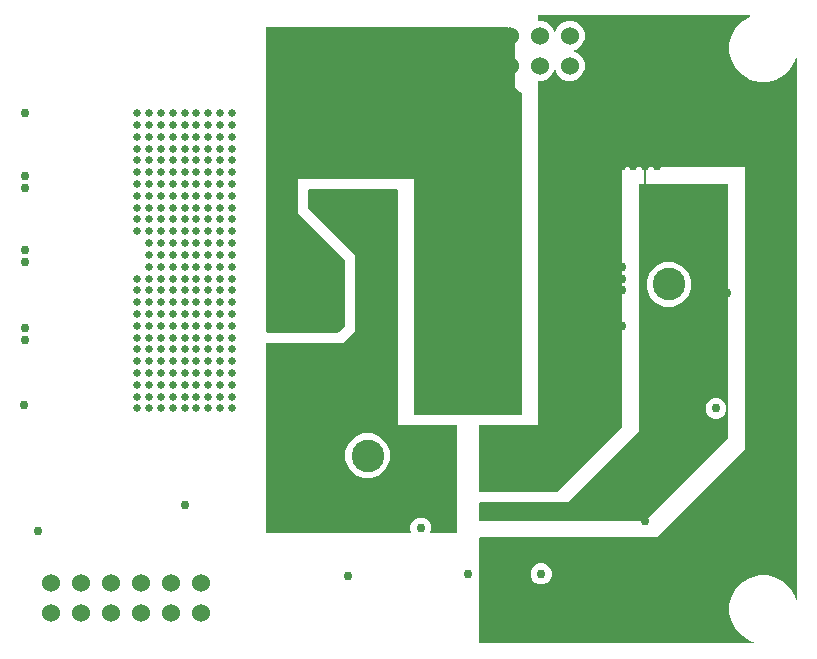
<source format=gbr>
G04 EAGLE Gerber RS-274X export*
G75*
%MOMM*%
%FSLAX34Y34*%
%LPD*%
%INCopper Layer 2*%
%IPPOS*%
%AMOC8*
5,1,8,0,0,1.08239X$1,22.5*%
G01*
%ADD10C,2.760000*%
%ADD11C,1.524000*%
%ADD12C,0.656400*%
%ADD13C,0.756400*%
%ADD14C,0.812800*%
%ADD15C,0.152400*%

G36*
X641135Y11165D02*
X641135Y11165D01*
X641159Y11162D01*
X641256Y11184D01*
X641354Y11200D01*
X641375Y11212D01*
X641398Y11217D01*
X641483Y11269D01*
X641571Y11316D01*
X641588Y11333D01*
X641608Y11346D01*
X641672Y11422D01*
X641740Y11494D01*
X641751Y11516D01*
X641766Y11534D01*
X641802Y11627D01*
X641844Y11717D01*
X641847Y11741D01*
X641855Y11763D01*
X641860Y11863D01*
X641871Y11961D01*
X641866Y11985D01*
X641867Y12009D01*
X641840Y12105D01*
X641819Y12202D01*
X641806Y12222D01*
X641800Y12246D01*
X641744Y12328D01*
X641693Y12413D01*
X641674Y12429D01*
X641661Y12448D01*
X641581Y12508D01*
X641506Y12573D01*
X641483Y12582D01*
X641464Y12596D01*
X641308Y12657D01*
X638937Y13292D01*
X632402Y17066D01*
X627066Y22402D01*
X623292Y28937D01*
X621339Y36227D01*
X621339Y43773D01*
X623292Y51063D01*
X627066Y57598D01*
X632402Y62934D01*
X638937Y66708D01*
X646227Y68661D01*
X653773Y68661D01*
X661063Y66708D01*
X667598Y62934D01*
X672934Y57598D01*
X676708Y51063D01*
X677343Y48692D01*
X677353Y48670D01*
X677357Y48646D01*
X677403Y48559D01*
X677444Y48468D01*
X677460Y48450D01*
X677472Y48429D01*
X677544Y48360D01*
X677611Y48288D01*
X677632Y48276D01*
X677650Y48260D01*
X677740Y48218D01*
X677827Y48170D01*
X677851Y48166D01*
X677873Y48156D01*
X677972Y48145D01*
X678070Y48128D01*
X678094Y48132D01*
X678117Y48129D01*
X678214Y48150D01*
X678313Y48165D01*
X678334Y48176D01*
X678358Y48181D01*
X678443Y48232D01*
X678532Y48278D01*
X678548Y48295D01*
X678569Y48307D01*
X678634Y48383D01*
X678703Y48454D01*
X678713Y48476D01*
X678729Y48494D01*
X678766Y48587D01*
X678809Y48676D01*
X678812Y48700D01*
X678821Y48722D01*
X678839Y48889D01*
X678839Y506111D01*
X678835Y506135D01*
X678838Y506159D01*
X678816Y506256D01*
X678800Y506354D01*
X678788Y506375D01*
X678783Y506398D01*
X678731Y506483D01*
X678684Y506571D01*
X678667Y506588D01*
X678654Y506608D01*
X678578Y506672D01*
X678506Y506740D01*
X678484Y506751D01*
X678466Y506766D01*
X678373Y506802D01*
X678283Y506844D01*
X678259Y506847D01*
X678237Y506855D01*
X678137Y506860D01*
X678039Y506871D01*
X678015Y506866D01*
X677991Y506867D01*
X677895Y506840D01*
X677798Y506819D01*
X677778Y506806D01*
X677754Y506800D01*
X677672Y506744D01*
X677587Y506693D01*
X677571Y506674D01*
X677552Y506661D01*
X677492Y506581D01*
X677427Y506506D01*
X677418Y506483D01*
X677404Y506464D01*
X677343Y506308D01*
X676708Y503937D01*
X672934Y497402D01*
X667598Y492066D01*
X661063Y488292D01*
X653773Y486339D01*
X646227Y486339D01*
X638937Y488292D01*
X635381Y490346D01*
X632402Y492066D01*
X627066Y497402D01*
X623292Y503937D01*
X621339Y511227D01*
X621339Y518773D01*
X623292Y526063D01*
X627066Y532598D01*
X632402Y537934D01*
X638437Y541419D01*
X638474Y541449D01*
X638517Y541472D01*
X638569Y541527D01*
X638628Y541575D01*
X638653Y541615D01*
X638686Y541650D01*
X638718Y541719D01*
X638758Y541783D01*
X638770Y541830D01*
X638790Y541873D01*
X638798Y541948D01*
X638816Y542022D01*
X638812Y542070D01*
X638817Y542117D01*
X638801Y542192D01*
X638794Y542267D01*
X638775Y542311D01*
X638765Y542358D01*
X638726Y542423D01*
X638695Y542492D01*
X638663Y542528D01*
X638638Y542569D01*
X638581Y542618D01*
X638530Y542674D01*
X638488Y542698D01*
X638451Y542729D01*
X638381Y542757D01*
X638315Y542794D01*
X638268Y542803D01*
X638223Y542821D01*
X638095Y542835D01*
X638073Y542839D01*
X638067Y542838D01*
X638057Y542839D01*
X460000Y542839D01*
X459980Y542836D01*
X459961Y542838D01*
X459859Y542816D01*
X459757Y542800D01*
X459740Y542790D01*
X459720Y542786D01*
X459631Y542733D01*
X459540Y542684D01*
X459526Y542670D01*
X459509Y542660D01*
X459442Y542581D01*
X459371Y542506D01*
X459362Y542488D01*
X459349Y542473D01*
X459310Y542377D01*
X459267Y542283D01*
X459265Y542263D01*
X459257Y542245D01*
X459239Y542078D01*
X459239Y538782D01*
X459242Y538762D01*
X459240Y538743D01*
X459262Y538641D01*
X459279Y538539D01*
X459288Y538522D01*
X459292Y538502D01*
X459345Y538413D01*
X459394Y538322D01*
X459408Y538308D01*
X459418Y538291D01*
X459497Y538224D01*
X459572Y538152D01*
X459590Y538144D01*
X459605Y538131D01*
X459701Y538092D01*
X459795Y538049D01*
X459815Y538047D01*
X459833Y538039D01*
X460000Y538021D01*
X463310Y538021D01*
X467949Y536099D01*
X471499Y532549D01*
X472797Y529417D01*
X472835Y529356D01*
X472864Y529291D01*
X472899Y529252D01*
X472926Y529208D01*
X472982Y529162D01*
X473030Y529109D01*
X473076Y529084D01*
X473116Y529051D01*
X473183Y529025D01*
X473246Y528991D01*
X473297Y528982D01*
X473345Y528963D01*
X473417Y528960D01*
X473488Y528947D01*
X473539Y528955D01*
X473591Y528952D01*
X473660Y528972D01*
X473731Y528983D01*
X473777Y529007D01*
X473827Y529021D01*
X473886Y529062D01*
X473950Y529094D01*
X473987Y529132D01*
X474029Y529161D01*
X474072Y529219D01*
X474122Y529270D01*
X474157Y529333D01*
X474176Y529359D01*
X474183Y529381D01*
X474203Y529417D01*
X475501Y532549D01*
X479051Y536099D01*
X483690Y538021D01*
X488710Y538021D01*
X493349Y536099D01*
X496899Y532549D01*
X498821Y527910D01*
X498821Y522890D01*
X496899Y518251D01*
X493349Y514701D01*
X490217Y513403D01*
X490156Y513365D01*
X490091Y513336D01*
X490052Y513301D01*
X490008Y513274D01*
X489962Y513218D01*
X489909Y513170D01*
X489884Y513124D01*
X489851Y513084D01*
X489825Y513017D01*
X489791Y512954D01*
X489782Y512903D01*
X489763Y512855D01*
X489760Y512783D01*
X489747Y512712D01*
X489755Y512661D01*
X489752Y512609D01*
X489772Y512540D01*
X489783Y512469D01*
X489807Y512423D01*
X489821Y512373D01*
X489862Y512314D01*
X489894Y512250D01*
X489932Y512213D01*
X489961Y512171D01*
X490019Y512128D01*
X490070Y512078D01*
X490133Y512043D01*
X490159Y512024D01*
X490181Y512017D01*
X490217Y511997D01*
X493349Y510699D01*
X496899Y507149D01*
X498821Y502510D01*
X498821Y497490D01*
X496899Y492851D01*
X493349Y489301D01*
X488710Y487379D01*
X483690Y487379D01*
X479051Y489301D01*
X475501Y492851D01*
X474203Y495983D01*
X474165Y496044D01*
X474136Y496109D01*
X474101Y496148D01*
X474074Y496192D01*
X474018Y496238D01*
X473970Y496291D01*
X473924Y496316D01*
X473884Y496349D01*
X473817Y496375D01*
X473754Y496409D01*
X473703Y496418D01*
X473655Y496437D01*
X473583Y496440D01*
X473512Y496453D01*
X473461Y496445D01*
X473409Y496448D01*
X473340Y496428D01*
X473269Y496417D01*
X473223Y496393D01*
X473173Y496379D01*
X473114Y496338D01*
X473050Y496306D01*
X473013Y496268D01*
X472971Y496239D01*
X472928Y496181D01*
X472878Y496130D01*
X472843Y496067D01*
X472824Y496041D01*
X472817Y496019D01*
X472797Y495983D01*
X471499Y492851D01*
X467949Y489301D01*
X463310Y487379D01*
X460000Y487379D01*
X459980Y487376D01*
X459961Y487378D01*
X459859Y487356D01*
X459757Y487340D01*
X459740Y487330D01*
X459720Y487326D01*
X459631Y487273D01*
X459540Y487224D01*
X459526Y487210D01*
X459509Y487200D01*
X459442Y487121D01*
X459371Y487046D01*
X459362Y487028D01*
X459349Y487013D01*
X459310Y486917D01*
X459267Y486823D01*
X459265Y486803D01*
X459257Y486785D01*
X459239Y486618D01*
X459239Y195761D01*
X410000Y195761D01*
X409980Y195758D01*
X409961Y195760D01*
X409859Y195738D01*
X409757Y195722D01*
X409740Y195712D01*
X409720Y195708D01*
X409631Y195655D01*
X409540Y195606D01*
X409526Y195592D01*
X409509Y195582D01*
X409442Y195503D01*
X409371Y195428D01*
X409362Y195410D01*
X409349Y195395D01*
X409310Y195299D01*
X409267Y195205D01*
X409265Y195185D01*
X409257Y195167D01*
X409239Y195000D01*
X409239Y140000D01*
X409242Y139980D01*
X409240Y139961D01*
X409262Y139859D01*
X409279Y139757D01*
X409288Y139740D01*
X409292Y139720D01*
X409345Y139631D01*
X409394Y139540D01*
X409408Y139526D01*
X409418Y139509D01*
X409497Y139442D01*
X409572Y139371D01*
X409590Y139362D01*
X409605Y139349D01*
X409701Y139310D01*
X409795Y139267D01*
X409815Y139265D01*
X409833Y139257D01*
X410000Y139239D01*
X475000Y139239D01*
X475090Y139254D01*
X475181Y139261D01*
X475211Y139273D01*
X475243Y139279D01*
X475323Y139321D01*
X475407Y139357D01*
X475439Y139383D01*
X475460Y139394D01*
X475482Y139417D01*
X475538Y139462D01*
X530538Y194462D01*
X530580Y194520D01*
X530630Y194572D01*
X530638Y194590D01*
X530651Y194605D01*
X530663Y194635D01*
X530682Y194661D01*
X530703Y194730D01*
X530733Y194795D01*
X530735Y194815D01*
X530743Y194833D01*
X530747Y194874D01*
X530754Y194897D01*
X530753Y194929D01*
X530761Y195000D01*
X530761Y414239D01*
X634239Y414239D01*
X634239Y175315D01*
X559685Y100761D01*
X410000Y100761D01*
X409980Y100758D01*
X409961Y100760D01*
X409859Y100738D01*
X409757Y100722D01*
X409740Y100712D01*
X409720Y100708D01*
X409631Y100655D01*
X409540Y100606D01*
X409526Y100592D01*
X409509Y100582D01*
X409442Y100503D01*
X409371Y100428D01*
X409362Y100410D01*
X409349Y100395D01*
X409310Y100299D01*
X409267Y100205D01*
X409265Y100185D01*
X409257Y100167D01*
X409239Y100000D01*
X409239Y11922D01*
X409242Y11902D01*
X409240Y11883D01*
X409262Y11781D01*
X409279Y11679D01*
X409288Y11662D01*
X409292Y11642D01*
X409345Y11553D01*
X409394Y11462D01*
X409408Y11448D01*
X409418Y11431D01*
X409497Y11364D01*
X409572Y11292D01*
X409590Y11284D01*
X409605Y11271D01*
X409701Y11232D01*
X409795Y11189D01*
X409815Y11187D01*
X409833Y11179D01*
X410000Y11161D01*
X641111Y11161D01*
X641135Y11165D01*
G37*
G36*
X445020Y204242D02*
X445020Y204242D01*
X445039Y204240D01*
X445141Y204262D01*
X445243Y204279D01*
X445260Y204288D01*
X445280Y204292D01*
X445369Y204345D01*
X445460Y204394D01*
X445474Y204408D01*
X445491Y204418D01*
X445558Y204497D01*
X445630Y204572D01*
X445638Y204590D01*
X445651Y204605D01*
X445690Y204701D01*
X445733Y204795D01*
X445735Y204815D01*
X445743Y204833D01*
X445761Y205000D01*
X445761Y476349D01*
X445750Y476416D01*
X445749Y476484D01*
X445731Y476537D01*
X445722Y476592D01*
X445690Y476652D01*
X445667Y476716D01*
X445633Y476760D01*
X445606Y476810D01*
X445558Y476856D01*
X445516Y476909D01*
X445452Y476956D01*
X445428Y476979D01*
X445409Y476988D01*
X445381Y477009D01*
X443840Y477898D01*
X438698Y483040D01*
X435062Y489339D01*
X433179Y496364D01*
X433179Y503636D01*
X435062Y510661D01*
X436019Y512319D01*
X436043Y512383D01*
X436076Y512442D01*
X436086Y512497D01*
X436106Y512549D01*
X436108Y512617D01*
X436121Y512683D01*
X436113Y512739D01*
X436115Y512795D01*
X436096Y512860D01*
X436086Y512927D01*
X436054Y513000D01*
X436045Y513031D01*
X436033Y513048D01*
X436019Y513081D01*
X435062Y514739D01*
X433179Y521764D01*
X433179Y529036D01*
X433984Y532041D01*
X433996Y532160D01*
X434009Y532277D01*
X434008Y532282D01*
X434009Y532286D01*
X433982Y532401D01*
X433957Y532518D01*
X433955Y532521D01*
X433954Y532526D01*
X433892Y532627D01*
X433831Y532729D01*
X433828Y532732D01*
X433825Y532735D01*
X433734Y532812D01*
X433644Y532889D01*
X433640Y532890D01*
X433637Y532893D01*
X433527Y532936D01*
X433416Y532981D01*
X433411Y532981D01*
X433408Y532983D01*
X433394Y532983D01*
X433249Y532999D01*
X230000Y532999D01*
X229980Y532996D01*
X229961Y532998D01*
X229859Y532976D01*
X229757Y532960D01*
X229740Y532950D01*
X229720Y532946D01*
X229631Y532893D01*
X229540Y532844D01*
X229526Y532830D01*
X229509Y532820D01*
X229442Y532741D01*
X229371Y532666D01*
X229362Y532648D01*
X229349Y532633D01*
X229310Y532537D01*
X229267Y532443D01*
X229265Y532423D01*
X229257Y532405D01*
X229239Y532238D01*
X229239Y275000D01*
X229242Y274980D01*
X229240Y274961D01*
X229262Y274859D01*
X229279Y274757D01*
X229288Y274740D01*
X229292Y274720D01*
X229345Y274631D01*
X229394Y274540D01*
X229408Y274526D01*
X229418Y274509D01*
X229497Y274442D01*
X229572Y274371D01*
X229590Y274362D01*
X229605Y274349D01*
X229701Y274310D01*
X229795Y274267D01*
X229815Y274265D01*
X229833Y274257D01*
X230000Y274239D01*
X290000Y274239D01*
X290090Y274254D01*
X290181Y274261D01*
X290211Y274273D01*
X290243Y274279D01*
X290323Y274321D01*
X290407Y274357D01*
X290439Y274383D01*
X290460Y274394D01*
X290482Y274417D01*
X290538Y274462D01*
X295538Y279462D01*
X295591Y279536D01*
X295651Y279605D01*
X295663Y279635D01*
X295682Y279661D01*
X295709Y279748D01*
X295743Y279833D01*
X295747Y279874D01*
X295754Y279897D01*
X295753Y279929D01*
X295761Y280000D01*
X295761Y335000D01*
X295747Y335090D01*
X295739Y335181D01*
X295727Y335211D01*
X295722Y335243D01*
X295679Y335323D01*
X295643Y335407D01*
X295617Y335439D01*
X295606Y335460D01*
X295583Y335482D01*
X295538Y335538D01*
X255761Y375315D01*
X255761Y404239D01*
X354239Y404239D01*
X354239Y205000D01*
X354242Y204980D01*
X354240Y204961D01*
X354262Y204859D01*
X354279Y204757D01*
X354288Y204740D01*
X354292Y204720D01*
X354345Y204631D01*
X354394Y204540D01*
X354408Y204526D01*
X354418Y204509D01*
X354497Y204442D01*
X354572Y204371D01*
X354590Y204362D01*
X354605Y204349D01*
X354701Y204310D01*
X354795Y204267D01*
X354815Y204265D01*
X354833Y204257D01*
X355000Y204239D01*
X445000Y204239D01*
X445020Y204242D01*
G37*
G36*
X351227Y104246D02*
X351227Y104246D01*
X351273Y104244D01*
X351348Y104266D01*
X351424Y104279D01*
X351465Y104300D01*
X351509Y104313D01*
X351573Y104357D01*
X351642Y104394D01*
X351673Y104427D01*
X351711Y104453D01*
X351757Y104516D01*
X351811Y104572D01*
X351830Y104614D01*
X351858Y104650D01*
X351882Y104724D01*
X351915Y104795D01*
X351920Y104841D01*
X351934Y104884D01*
X351933Y104962D01*
X351942Y105039D01*
X351932Y105084D01*
X351932Y105130D01*
X351893Y105262D01*
X351890Y105280D01*
X351887Y105284D01*
X351885Y105291D01*
X351217Y106903D01*
X351217Y110397D01*
X352554Y113625D01*
X355025Y116096D01*
X358253Y117433D01*
X361747Y117433D01*
X364975Y116096D01*
X367446Y113625D01*
X368783Y110397D01*
X368783Y106903D01*
X368115Y105291D01*
X368105Y105247D01*
X368085Y105205D01*
X368077Y105128D01*
X368059Y105052D01*
X368063Y105006D01*
X368058Y104961D01*
X368075Y104884D01*
X368082Y104807D01*
X368101Y104765D01*
X368110Y104720D01*
X368150Y104653D01*
X368182Y104582D01*
X368213Y104548D01*
X368237Y104509D01*
X368296Y104459D01*
X368348Y104401D01*
X368389Y104379D01*
X368424Y104349D01*
X368496Y104320D01*
X368564Y104283D01*
X368609Y104274D01*
X368652Y104257D01*
X368788Y104242D01*
X368806Y104239D01*
X368811Y104240D01*
X368818Y104239D01*
X390000Y104239D01*
X390020Y104242D01*
X390039Y104240D01*
X390141Y104262D01*
X390243Y104279D01*
X390260Y104288D01*
X390280Y104292D01*
X390369Y104345D01*
X390460Y104394D01*
X390474Y104408D01*
X390491Y104418D01*
X390558Y104497D01*
X390630Y104572D01*
X390638Y104590D01*
X390651Y104605D01*
X390690Y104701D01*
X390733Y104795D01*
X390735Y104815D01*
X390743Y104833D01*
X390761Y105000D01*
X390761Y195000D01*
X390758Y195020D01*
X390760Y195039D01*
X390738Y195141D01*
X390722Y195243D01*
X390712Y195260D01*
X390708Y195280D01*
X390655Y195369D01*
X390606Y195460D01*
X390592Y195474D01*
X390582Y195491D01*
X390503Y195558D01*
X390428Y195630D01*
X390410Y195638D01*
X390395Y195651D01*
X390299Y195690D01*
X390205Y195733D01*
X390185Y195735D01*
X390167Y195743D01*
X390000Y195761D01*
X340380Y195761D01*
X340380Y395000D01*
X340369Y395050D01*
X340367Y395101D01*
X340349Y395133D01*
X340341Y395169D01*
X340308Y395208D01*
X340284Y395253D01*
X340254Y395274D01*
X340231Y395302D01*
X340184Y395323D01*
X340142Y395353D01*
X340100Y395361D01*
X340072Y395373D01*
X340042Y395372D01*
X340000Y395380D01*
X265000Y395380D01*
X264950Y395369D01*
X264899Y395367D01*
X264867Y395349D01*
X264831Y395341D01*
X264792Y395308D01*
X264747Y395284D01*
X264726Y395254D01*
X264698Y395231D01*
X264677Y395184D01*
X264647Y395142D01*
X264639Y395100D01*
X264627Y395072D01*
X264628Y395042D01*
X264620Y395000D01*
X264620Y380000D01*
X264637Y379926D01*
X264650Y379851D01*
X264657Y379841D01*
X264659Y379831D01*
X264683Y379802D01*
X264731Y379731D01*
X304620Y339843D01*
X304620Y275158D01*
X295224Y265761D01*
X230000Y265761D01*
X229980Y265758D01*
X229961Y265760D01*
X229859Y265738D01*
X229757Y265722D01*
X229740Y265712D01*
X229720Y265708D01*
X229631Y265655D01*
X229540Y265606D01*
X229526Y265592D01*
X229509Y265582D01*
X229442Y265503D01*
X229371Y265428D01*
X229362Y265410D01*
X229349Y265395D01*
X229310Y265299D01*
X229267Y265205D01*
X229265Y265185D01*
X229257Y265167D01*
X229239Y265000D01*
X229239Y105000D01*
X229242Y104980D01*
X229240Y104961D01*
X229262Y104859D01*
X229279Y104757D01*
X229288Y104740D01*
X229292Y104720D01*
X229345Y104631D01*
X229394Y104540D01*
X229408Y104526D01*
X229418Y104509D01*
X229497Y104442D01*
X229572Y104371D01*
X229590Y104362D01*
X229605Y104349D01*
X229701Y104310D01*
X229795Y104267D01*
X229815Y104265D01*
X229833Y104257D01*
X230000Y104239D01*
X351182Y104239D01*
X351227Y104246D01*
G37*
G36*
X550074Y114637D02*
X550074Y114637D01*
X550149Y114650D01*
X550159Y114657D01*
X550169Y114659D01*
X550198Y114683D01*
X550269Y114731D01*
X620269Y184731D01*
X620309Y184796D01*
X620353Y184858D01*
X620355Y184870D01*
X620360Y184878D01*
X620364Y184915D01*
X620380Y185000D01*
X620380Y400000D01*
X620369Y400050D01*
X620367Y400101D01*
X620349Y400133D01*
X620341Y400169D01*
X620308Y400208D01*
X620284Y400253D01*
X620254Y400274D01*
X620231Y400302D01*
X620184Y400323D01*
X620142Y400353D01*
X620100Y400361D01*
X620072Y400373D01*
X620042Y400372D01*
X620000Y400380D01*
X545000Y400380D01*
X544950Y400369D01*
X544899Y400367D01*
X544867Y400349D01*
X544831Y400341D01*
X544792Y400308D01*
X544747Y400284D01*
X544726Y400254D01*
X544698Y400231D01*
X544677Y400184D01*
X544647Y400142D01*
X544639Y400100D01*
X544627Y400072D01*
X544628Y400042D01*
X544620Y400000D01*
X544620Y190158D01*
X484843Y130380D01*
X410000Y130380D01*
X409950Y130369D01*
X409899Y130367D01*
X409867Y130349D01*
X409831Y130341D01*
X409792Y130308D01*
X409747Y130284D01*
X409726Y130254D01*
X409698Y130231D01*
X409677Y130184D01*
X409647Y130142D01*
X409639Y130100D01*
X409627Y130072D01*
X409628Y130042D01*
X409620Y130000D01*
X409620Y115000D01*
X409631Y114950D01*
X409633Y114899D01*
X409651Y114867D01*
X409659Y114831D01*
X409692Y114792D01*
X409716Y114747D01*
X409746Y114726D01*
X409769Y114698D01*
X409816Y114677D01*
X409858Y114647D01*
X409900Y114639D01*
X409928Y114627D01*
X409958Y114628D01*
X410000Y114620D01*
X550000Y114620D01*
X550074Y114637D01*
G37*
%LPC*%
G36*
X566260Y296199D02*
X566260Y296199D01*
X559350Y299062D01*
X554062Y304350D01*
X551199Y311260D01*
X551199Y318740D01*
X554062Y325650D01*
X559350Y330938D01*
X566260Y333801D01*
X573740Y333801D01*
X580650Y330938D01*
X585938Y325650D01*
X588801Y318740D01*
X588801Y311260D01*
X585938Y304350D01*
X580650Y299062D01*
X573740Y296199D01*
X566260Y296199D01*
G37*
%LPD*%
%LPC*%
G36*
X311260Y151199D02*
X311260Y151199D01*
X304350Y154062D01*
X299062Y159350D01*
X296199Y166260D01*
X296199Y173740D01*
X299062Y180650D01*
X304350Y185938D01*
X311260Y188801D01*
X318740Y188801D01*
X325650Y185938D01*
X330938Y180650D01*
X333801Y173740D01*
X333801Y166260D01*
X330938Y159350D01*
X325650Y154062D01*
X318740Y151199D01*
X311260Y151199D01*
G37*
%LPD*%
%LPC*%
G36*
X608253Y201217D02*
X608253Y201217D01*
X605025Y202554D01*
X602554Y205025D01*
X601217Y208253D01*
X601217Y211747D01*
X602554Y214975D01*
X605025Y217446D01*
X608253Y218783D01*
X611747Y218783D01*
X614975Y217446D01*
X617446Y214975D01*
X618783Y211747D01*
X618783Y208253D01*
X617446Y205025D01*
X614975Y202554D01*
X611747Y201217D01*
X608253Y201217D01*
G37*
%LPD*%
%LPC*%
G36*
X460253Y61217D02*
X460253Y61217D01*
X457025Y62554D01*
X454554Y65025D01*
X453217Y68253D01*
X453217Y71747D01*
X454554Y74975D01*
X457025Y77446D01*
X460253Y78783D01*
X463747Y78783D01*
X466975Y77446D01*
X469446Y74975D01*
X470783Y71747D01*
X470783Y68253D01*
X469446Y65025D01*
X466975Y62554D01*
X463747Y61217D01*
X460253Y61217D01*
G37*
%LPD*%
D10*
X315000Y170000D03*
X570000Y315000D03*
X629000Y436000D03*
X599000Y93000D03*
D11*
X47000Y37000D03*
X47000Y62400D03*
X72400Y37000D03*
X72400Y62400D03*
X97800Y37000D03*
X97800Y62400D03*
X123200Y37000D03*
X123200Y62400D03*
X148600Y37000D03*
X148600Y62400D03*
X174000Y37000D03*
X174000Y62400D03*
X410000Y500000D03*
X410000Y525400D03*
X435400Y500000D03*
X435400Y525400D03*
X460800Y500000D03*
X460800Y525400D03*
X486200Y500000D03*
X486200Y525400D03*
X511600Y500000D03*
X511600Y525400D03*
X537000Y500000D03*
X537000Y525400D03*
D12*
X360000Y460000D03*
X360000Y450000D03*
X360000Y440000D03*
X360000Y430000D03*
X360000Y420000D03*
X360000Y410000D03*
X360000Y400000D03*
X360000Y390000D03*
X360000Y380000D03*
X360000Y370000D03*
X360000Y360000D03*
X360000Y350000D03*
X370000Y360000D03*
X370000Y370000D03*
X370000Y380000D03*
X370000Y390000D03*
X370000Y400000D03*
X370000Y410000D03*
X370000Y420000D03*
X370000Y430000D03*
X370000Y440000D03*
X370000Y450000D03*
X370000Y460000D03*
X380000Y460000D03*
X380000Y450000D03*
X380000Y440000D03*
X380000Y430000D03*
X380000Y420000D03*
X380000Y410000D03*
X380000Y400000D03*
X380000Y390000D03*
X380000Y380000D03*
X380000Y370000D03*
X380000Y360000D03*
X380000Y350000D03*
X390000Y460000D03*
X390000Y450000D03*
X390000Y440000D03*
X390000Y430000D03*
X390000Y420000D03*
X390000Y410000D03*
X390000Y400000D03*
X390000Y390000D03*
X390000Y380000D03*
X390000Y370000D03*
X390000Y360000D03*
X390000Y350000D03*
X390000Y340000D03*
X400000Y340000D03*
X400000Y350000D03*
X400000Y360000D03*
X400000Y370000D03*
X400000Y380000D03*
X400000Y390000D03*
X400000Y400000D03*
X400000Y410000D03*
X400000Y420000D03*
X400000Y430000D03*
X400000Y440000D03*
X400000Y450000D03*
X400000Y460000D03*
X410000Y460000D03*
X410000Y450000D03*
X410000Y440000D03*
X410000Y430000D03*
X410000Y420000D03*
X410000Y410000D03*
X410000Y400000D03*
X410000Y390000D03*
X410000Y380000D03*
X410000Y370000D03*
X410000Y360000D03*
X410000Y350000D03*
X410000Y340000D03*
X420000Y460000D03*
X420000Y450000D03*
X420000Y440000D03*
X420000Y430000D03*
X420000Y420000D03*
X420000Y410000D03*
X420000Y400000D03*
X420000Y390000D03*
X420000Y380000D03*
X420000Y370000D03*
X420000Y360000D03*
X420000Y350000D03*
X420000Y340000D03*
X430000Y340000D03*
X430000Y350000D03*
X430000Y360000D03*
X430000Y370000D03*
X430000Y380000D03*
X430000Y390000D03*
X430000Y400000D03*
X430000Y410000D03*
X430000Y420000D03*
X430000Y430000D03*
X430000Y440000D03*
X430000Y450000D03*
X430000Y460000D03*
X440000Y460000D03*
X440000Y450000D03*
X440000Y440000D03*
X440000Y430000D03*
X440000Y420000D03*
X440000Y410000D03*
X440000Y400000D03*
X440000Y390000D03*
X440000Y380000D03*
X440000Y370000D03*
X440000Y360000D03*
X440000Y350000D03*
X440000Y340000D03*
X360000Y320000D03*
X360000Y310000D03*
X360000Y300000D03*
X360000Y290000D03*
X360000Y280000D03*
X360000Y270000D03*
X360000Y260000D03*
X360000Y250000D03*
X360000Y240000D03*
X360000Y230000D03*
X360000Y220000D03*
X360000Y210000D03*
X370000Y210000D03*
X370000Y220000D03*
X370000Y230000D03*
X370000Y240000D03*
X370000Y250000D03*
X370000Y260000D03*
X370000Y270000D03*
X370000Y280000D03*
X370000Y290000D03*
X370000Y300000D03*
X370000Y310000D03*
X380000Y320000D03*
X380000Y310000D03*
X380000Y300000D03*
X380000Y290000D03*
X380000Y280000D03*
X380000Y270000D03*
X380000Y260000D03*
X380000Y250000D03*
X380000Y240000D03*
X380000Y230000D03*
X380000Y220000D03*
X380000Y210000D03*
X390000Y330000D03*
X390000Y320000D03*
X390000Y310000D03*
X390000Y300000D03*
X390000Y290000D03*
X390000Y280000D03*
X390000Y270000D03*
X390000Y260000D03*
X390000Y250000D03*
X390000Y240000D03*
X390000Y230000D03*
X390000Y220000D03*
X390000Y210000D03*
X400000Y210000D03*
X400000Y220000D03*
X400000Y230000D03*
X400000Y240000D03*
X400000Y250000D03*
X400000Y260000D03*
X400000Y270000D03*
X400000Y280000D03*
X400000Y290000D03*
X400000Y300000D03*
X400000Y310000D03*
X400000Y320000D03*
X400000Y330000D03*
X410000Y330000D03*
X410000Y320000D03*
X410000Y310000D03*
X410000Y300000D03*
X410000Y290000D03*
X410000Y280000D03*
X410000Y270000D03*
X410000Y260000D03*
X410000Y250000D03*
X410000Y240000D03*
X410000Y230000D03*
X410000Y220000D03*
X410000Y210000D03*
X420000Y330000D03*
X420000Y320000D03*
X420000Y310000D03*
X420000Y300000D03*
X420000Y290000D03*
X420000Y280000D03*
X420000Y270000D03*
X420000Y260000D03*
X420000Y250000D03*
X420000Y240000D03*
X420000Y230000D03*
X420000Y220000D03*
X420000Y210000D03*
X430000Y210000D03*
X430000Y220000D03*
X430000Y230000D03*
X430000Y240000D03*
X430000Y250000D03*
X430000Y260000D03*
X430000Y270000D03*
X430000Y280000D03*
X430000Y290000D03*
X430000Y300000D03*
X430000Y310000D03*
X430000Y320000D03*
X430000Y330000D03*
X440000Y330000D03*
X440000Y320000D03*
X440000Y310000D03*
X440000Y300000D03*
X440000Y290000D03*
X440000Y280000D03*
X440000Y270000D03*
X440000Y260000D03*
X440000Y250000D03*
X440000Y240000D03*
X440000Y230000D03*
X440000Y220000D03*
X440000Y210000D03*
D13*
X610000Y210000D03*
D12*
X290000Y330000D03*
X280000Y330000D03*
X270000Y330000D03*
X270000Y320000D03*
X280000Y320000D03*
X290000Y320000D03*
X290000Y310000D03*
X280000Y310000D03*
X270000Y310000D03*
X270000Y420000D03*
X280000Y420000D03*
X290000Y420000D03*
X300000Y420000D03*
X310000Y420000D03*
X310000Y430000D03*
X310000Y440000D03*
X310000Y450000D03*
X300000Y450000D03*
X290000Y450000D03*
X280000Y450000D03*
X270000Y450000D03*
X270000Y460000D03*
X280000Y460000D03*
X290000Y460000D03*
X300000Y460000D03*
X310000Y460000D03*
X320000Y460000D03*
X320000Y450000D03*
X320000Y440000D03*
X320000Y430000D03*
X320000Y420000D03*
X290000Y280000D03*
X280000Y280000D03*
X270000Y280000D03*
X260000Y280000D03*
X250000Y280000D03*
X250000Y290000D03*
X250000Y300000D03*
X250000Y310000D03*
X260000Y310000D03*
X260000Y320000D03*
X250000Y320000D03*
X250000Y330000D03*
X260000Y330000D03*
X345000Y150000D03*
X355000Y150000D03*
X355000Y160000D03*
X345000Y160000D03*
X345000Y170000D03*
X355000Y170000D03*
X300000Y130000D03*
D14*
X410000Y525400D02*
X435400Y525400D01*
X435400Y500000D02*
X410000Y500000D01*
X435400Y525400D02*
X435400Y470400D01*
X435000Y470000D01*
D12*
X120000Y460000D03*
X120000Y450000D03*
X120000Y440000D03*
X120000Y430000D03*
X120000Y420000D03*
X120000Y410000D03*
X120000Y400000D03*
X120000Y390000D03*
X120000Y380000D03*
X120000Y370000D03*
X120000Y360000D03*
X130000Y340000D03*
X130000Y350000D03*
X130000Y360000D03*
X130000Y370000D03*
X130000Y380000D03*
X130000Y390000D03*
X130000Y400000D03*
X130000Y410000D03*
X130000Y420000D03*
X130000Y430000D03*
X130000Y440000D03*
X130000Y450000D03*
X130000Y460000D03*
X140000Y460000D03*
X140000Y450000D03*
X140000Y440000D03*
X140000Y430000D03*
X140000Y420000D03*
X140000Y410000D03*
X140000Y400000D03*
X140000Y390000D03*
X140000Y380000D03*
X140000Y370000D03*
X140000Y360000D03*
X140000Y350000D03*
X140000Y340000D03*
X150000Y460000D03*
X150000Y450000D03*
X150000Y440000D03*
X150000Y430000D03*
X150000Y420000D03*
X150000Y410000D03*
X150000Y400000D03*
X150000Y390000D03*
X150000Y380000D03*
X150000Y370000D03*
X150000Y360000D03*
X150000Y350000D03*
X150000Y340000D03*
X160000Y340000D03*
X160000Y350000D03*
X160000Y360000D03*
X160000Y370000D03*
X160000Y380000D03*
X160000Y390000D03*
X160000Y400000D03*
X160000Y410000D03*
X160000Y420000D03*
X160000Y430000D03*
X160000Y440000D03*
X160000Y450000D03*
X160000Y460000D03*
X170000Y460000D03*
X170000Y450000D03*
X170000Y440000D03*
X170000Y430000D03*
X170000Y420000D03*
X170000Y410000D03*
X170000Y400000D03*
X170000Y390000D03*
X170000Y380000D03*
X170000Y370000D03*
X170000Y360000D03*
X170000Y350000D03*
X170000Y340000D03*
X180000Y460000D03*
X180000Y450000D03*
X180000Y440000D03*
X180000Y430000D03*
X180000Y420000D03*
X180000Y410000D03*
X180000Y400000D03*
X180000Y390000D03*
X180000Y380000D03*
X180000Y370000D03*
X180000Y360000D03*
X180000Y350000D03*
X180000Y340000D03*
X190000Y340000D03*
X190000Y350000D03*
X190000Y360000D03*
X190000Y370000D03*
X190000Y380000D03*
X190000Y390000D03*
X190000Y400000D03*
X190000Y410000D03*
X190000Y420000D03*
X190000Y430000D03*
X190000Y440000D03*
X190000Y450000D03*
X190000Y460000D03*
X200000Y460000D03*
X200000Y450000D03*
X200000Y440000D03*
X200000Y430000D03*
X200000Y420000D03*
X200000Y410000D03*
X200000Y400000D03*
X200000Y390000D03*
X200000Y380000D03*
X200000Y370000D03*
X200000Y360000D03*
X200000Y350000D03*
X200000Y340000D03*
X120000Y320000D03*
X120000Y310000D03*
X120000Y300000D03*
X120000Y290000D03*
X120000Y280000D03*
X120000Y270000D03*
X120000Y260000D03*
X120000Y250000D03*
X120000Y240000D03*
X120000Y230000D03*
X120000Y220000D03*
X120000Y210000D03*
X130000Y210000D03*
X130000Y220000D03*
X130000Y230000D03*
X130000Y240000D03*
X130000Y250000D03*
X130000Y260000D03*
X130000Y270000D03*
X130000Y280000D03*
X130000Y290000D03*
X130000Y300000D03*
X130000Y310000D03*
X130000Y320000D03*
X130000Y330000D03*
X140000Y330000D03*
X140000Y320000D03*
X140000Y310000D03*
X140000Y300000D03*
X140000Y290000D03*
X140000Y280000D03*
X140000Y270000D03*
X140000Y260000D03*
X140000Y250000D03*
X140000Y240000D03*
X140000Y230000D03*
X140000Y220000D03*
X140000Y210000D03*
X150000Y330000D03*
X150000Y320000D03*
X150000Y310000D03*
X150000Y300000D03*
X150000Y290000D03*
X150000Y280000D03*
X150000Y270000D03*
X150000Y260000D03*
X150000Y250000D03*
X150000Y240000D03*
X150000Y230000D03*
X150000Y220000D03*
X150000Y210000D03*
X160000Y210000D03*
X160000Y220000D03*
X160000Y230000D03*
X160000Y240000D03*
X160000Y250000D03*
X160000Y260000D03*
X160000Y270000D03*
X160000Y280000D03*
X160000Y290000D03*
X160000Y300000D03*
X160000Y310000D03*
X160000Y320000D03*
X160000Y330000D03*
X170000Y330000D03*
X170000Y320000D03*
X170000Y310000D03*
X170000Y300000D03*
X170000Y290000D03*
X170000Y280000D03*
X170000Y270000D03*
X170000Y260000D03*
X170000Y250000D03*
X170000Y240000D03*
X170000Y230000D03*
X170000Y220000D03*
X170000Y210000D03*
X180000Y330000D03*
X180000Y320000D03*
X180000Y310000D03*
X180000Y300000D03*
X180000Y290000D03*
X180000Y280000D03*
X180000Y270000D03*
X180000Y260000D03*
X180000Y250000D03*
X180000Y240000D03*
X180000Y230000D03*
X180000Y220000D03*
X180000Y210000D03*
X190000Y210000D03*
X190000Y220000D03*
X190000Y230000D03*
X190000Y240000D03*
X190000Y250000D03*
X190000Y260000D03*
X190000Y270000D03*
X190000Y280000D03*
X190000Y290000D03*
X190000Y300000D03*
X190000Y310000D03*
X190000Y320000D03*
X190000Y330000D03*
X200000Y330000D03*
X200000Y320000D03*
X200000Y310000D03*
X200000Y300000D03*
X200000Y290000D03*
X200000Y280000D03*
X200000Y270000D03*
X200000Y260000D03*
X200000Y250000D03*
X200000Y240000D03*
X200000Y230000D03*
X200000Y220000D03*
X200000Y210000D03*
D13*
X36000Y106000D03*
X298000Y68000D03*
X360000Y108650D03*
D12*
X500000Y170000D03*
D13*
X25000Y268000D03*
X25000Y278000D03*
X25000Y334000D03*
X25000Y344000D03*
X25000Y397000D03*
X25000Y407000D03*
X25000Y460000D03*
X24000Y213000D03*
X515000Y50000D03*
X572000Y55000D03*
D12*
X420000Y121000D03*
X451000Y121000D03*
X428000Y171000D03*
X420000Y171000D03*
X470000Y187000D03*
X495000Y364000D03*
X572000Y47000D03*
D13*
X550000Y425000D03*
X560000Y425000D03*
X560000Y435000D03*
X550000Y435000D03*
X550000Y415000D03*
X540000Y415000D03*
X530000Y415000D03*
X520000Y415000D03*
X510000Y415000D03*
X500000Y415000D03*
X560000Y445000D03*
X560000Y455000D03*
X550000Y445000D03*
X550000Y455000D03*
X560000Y415000D03*
X540000Y455000D03*
X530000Y455000D03*
X520000Y455000D03*
X510000Y455000D03*
X500000Y455000D03*
X500000Y465000D03*
X510000Y465000D03*
X520000Y465000D03*
X530000Y465000D03*
X540000Y465000D03*
X550000Y465000D03*
X560000Y465000D03*
X500000Y280000D03*
X510000Y280000D03*
X520000Y280000D03*
X530000Y280000D03*
X500000Y290000D03*
X500000Y300000D03*
X500000Y310000D03*
X510000Y310000D03*
X520000Y310000D03*
X530000Y310000D03*
X530000Y320000D03*
X520000Y320000D03*
X510000Y320000D03*
X500000Y320000D03*
X500000Y330000D03*
X510000Y330000D03*
X520000Y330000D03*
X530000Y330000D03*
D15*
X550000Y395000D02*
X550000Y415000D01*
D13*
X550000Y115000D03*
X160000Y128000D03*
X619000Y308000D03*
X462000Y70000D03*
X400000Y70000D03*
M02*

</source>
